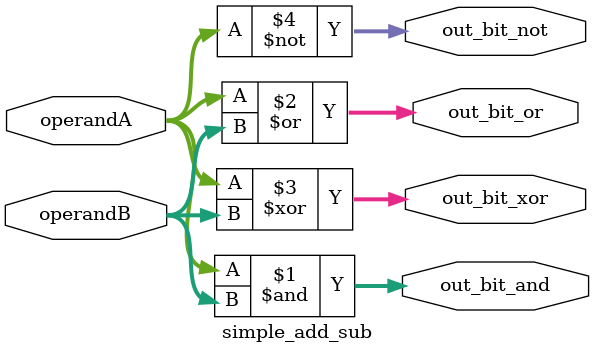
<source format=sv>
module simple_add_sub (
  input  [7:0] operandA, operandB, // два входных 8-ми битных операнда
  output [7:0] out_bit_and, out_bit_or, out_bit_xor, out_bit_not
);
  assign out_bit_and = operandA & operandB; // 8'b0011_1101 & 8'b1010_0110 = 8'b0010_0100
  assign out_bit_or  = operandA | operandB; // 8'b0011_1101 | 8'b1010_0110 = 8'b1011_1111
  assign out_bit_xor = operandA ^ operandB; // 8'b0011_1101 ^ 8'b1010_0110 = 8'b1001_1011
  assign out_bit_not = ~operandA;           // ~8'b0011_1101 = 8'b1100_0010
endmodule

</source>
